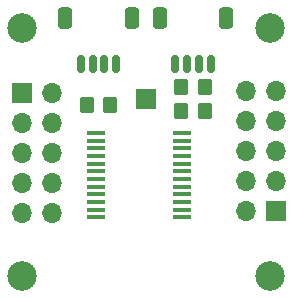
<source format=gbr>
%TF.GenerationSoftware,KiCad,Pcbnew,(6.0.7)*%
%TF.CreationDate,2022-10-11T20:39:03-05:00*%
%TF.ProjectId,PCA9535,50434139-3533-4352-9e6b-696361645f70,rev?*%
%TF.SameCoordinates,Original*%
%TF.FileFunction,Soldermask,Top*%
%TF.FilePolarity,Negative*%
%FSLAX46Y46*%
G04 Gerber Fmt 4.6, Leading zero omitted, Abs format (unit mm)*
G04 Created by KiCad (PCBNEW (6.0.7)) date 2022-10-11 20:39:03*
%MOMM*%
%LPD*%
G01*
G04 APERTURE LIST*
G04 Aperture macros list*
%AMRoundRect*
0 Rectangle with rounded corners*
0 $1 Rounding radius*
0 $2 $3 $4 $5 $6 $7 $8 $9 X,Y pos of 4 corners*
0 Add a 4 corners polygon primitive as box body*
4,1,4,$2,$3,$4,$5,$6,$7,$8,$9,$2,$3,0*
0 Add four circle primitives for the rounded corners*
1,1,$1+$1,$2,$3*
1,1,$1+$1,$4,$5*
1,1,$1+$1,$6,$7*
1,1,$1+$1,$8,$9*
0 Add four rect primitives between the rounded corners*
20,1,$1+$1,$2,$3,$4,$5,0*
20,1,$1+$1,$4,$5,$6,$7,0*
20,1,$1+$1,$6,$7,$8,$9,0*
20,1,$1+$1,$8,$9,$2,$3,0*%
G04 Aperture macros list end*
%ADD10RoundRect,0.250000X0.350000X0.650000X-0.350000X0.650000X-0.350000X-0.650000X0.350000X-0.650000X0*%
%ADD11RoundRect,0.150000X0.150000X0.625000X-0.150000X0.625000X-0.150000X-0.625000X0.150000X-0.625000X0*%
%ADD12R,1.639799X0.431000*%
%ADD13C,2.500000*%
%ADD14RoundRect,0.250000X0.350000X0.450000X-0.350000X0.450000X-0.350000X-0.450000X0.350000X-0.450000X0*%
%ADD15R,1.700000X1.700000*%
%ADD16O,1.700000X1.700000*%
%ADD17RoundRect,0.250000X-0.350000X-0.450000X0.350000X-0.450000X0.350000X0.450000X-0.350000X0.450000X0*%
G04 APERTURE END LIST*
D10*
%TO.C,J2*%
X169300000Y-75125000D03*
X163700000Y-75125000D03*
D11*
X165000000Y-79000000D03*
X166000000Y-79000000D03*
X167000000Y-79000000D03*
X168000000Y-79000000D03*
%TD*%
%TO.C,J1*%
X176000000Y-79000000D03*
X175000000Y-79000000D03*
X174000000Y-79000000D03*
X173000000Y-79000000D03*
D10*
X171700000Y-75125000D03*
X177300000Y-75125000D03*
%TD*%
D12*
%TO.C,U1*%
X166286900Y-84877501D03*
X166286900Y-85527500D03*
X166286900Y-86177498D03*
X166286900Y-86827499D03*
X166286900Y-87477498D03*
X166286900Y-88127499D03*
X166286900Y-88777498D03*
X166286900Y-89427499D03*
X166286900Y-90077498D03*
X166286900Y-90727499D03*
X166286900Y-91377498D03*
X166286900Y-92027499D03*
X173551300Y-92027499D03*
X173551300Y-91377500D03*
X173551300Y-90727499D03*
X173551300Y-90077501D03*
X173551300Y-89427499D03*
X173551300Y-88777501D03*
X173551300Y-88127502D03*
X173551300Y-87477501D03*
X173551300Y-86827502D03*
X173551300Y-86177501D03*
X173551300Y-85527502D03*
X173551300Y-84877501D03*
%TD*%
D13*
%TO.C,H3*%
X181000000Y-97000000D03*
%TD*%
%TO.C,H4*%
X160000000Y-97000000D03*
%TD*%
D14*
%TO.C,R1*%
X175500000Y-83000000D03*
X173500000Y-83000000D03*
%TD*%
%TO.C,R2*%
X175500000Y-81000000D03*
X173500000Y-81000000D03*
%TD*%
D15*
%TO.C,J6*%
X181500000Y-91500000D03*
D16*
X178960000Y-91500000D03*
X181500000Y-88960000D03*
X178960000Y-88960000D03*
X181500000Y-86420000D03*
X178960000Y-86420000D03*
X181500000Y-83880000D03*
X178960000Y-83880000D03*
X181500000Y-81340000D03*
X178960000Y-81340000D03*
%TD*%
D15*
%TO.C,J4*%
X170500000Y-82000000D03*
%TD*%
%TO.C,J3*%
X160000000Y-81500000D03*
D16*
X162540000Y-81500000D03*
X160000000Y-84040000D03*
X162540000Y-84040000D03*
X160000000Y-86580000D03*
X162540000Y-86580000D03*
X160000000Y-89120000D03*
X162540000Y-89120000D03*
X160000000Y-91660000D03*
X162540000Y-91660000D03*
%TD*%
D17*
%TO.C,R3*%
X165500000Y-82500000D03*
X167500000Y-82500000D03*
%TD*%
D13*
%TO.C,H2*%
X181000000Y-76000000D03*
%TD*%
%TO.C,H1*%
X160000000Y-76000000D03*
%TD*%
M02*

</source>
